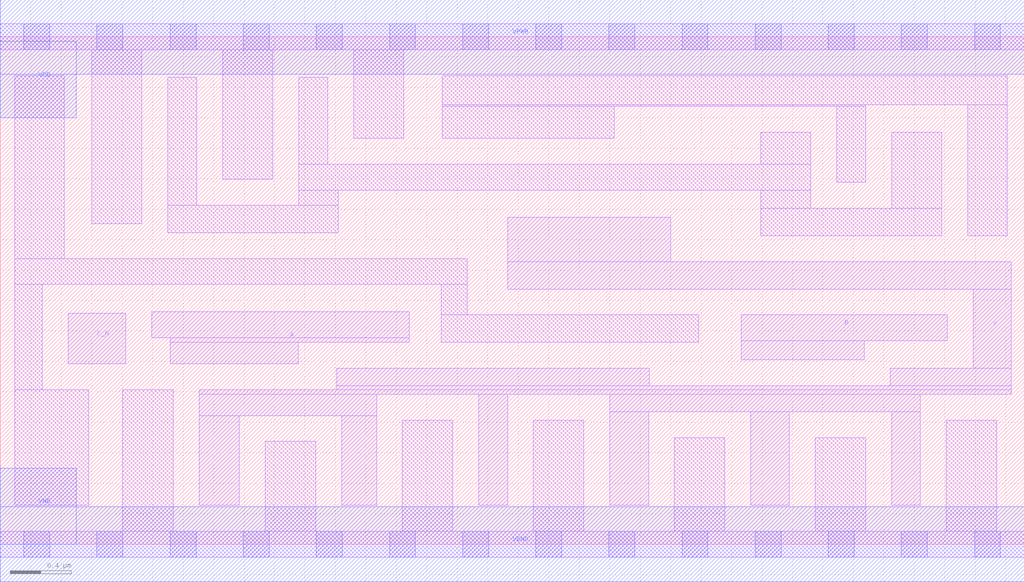
<source format=lef>
# Copyright 2020 The SkyWater PDK Authors
#
# Licensed under the Apache License, Version 2.0 (the "License");
# you may not use this file except in compliance with the License.
# You may obtain a copy of the License at
#
#     https://www.apache.org/licenses/LICENSE-2.0
#
# Unless required by applicable law or agreed to in writing, software
# distributed under the License is distributed on an "AS IS" BASIS,
# WITHOUT WARRANTIES OR CONDITIONS OF ANY KIND, either express or implied.
# See the License for the specific language governing permissions and
# limitations under the License.
#
# SPDX-License-Identifier: Apache-2.0

VERSION 5.5 ;
NAMESCASESENSITIVE ON ;
BUSBITCHARS "[]" ;
DIVIDERCHAR "/" ;
MACRO sky130_fd_sc_lp__nor3b_4
  CLASS CORE ;
  SOURCE USER ;
  ORIGIN  0.000000  0.000000 ;
  SIZE  6.720000 BY  3.330000 ;
  SYMMETRY X Y R90 ;
  SITE unit ;
  PIN A
    ANTENNAGATEAREA  1.260000 ;
    DIRECTION INPUT ;
    USE SIGNAL ;
    PORT
      LAYER li1 ;
        RECT 0.995000 1.355000 2.685000 1.525000 ;
        RECT 1.115000 1.185000 1.955000 1.325000 ;
        RECT 1.115000 1.325000 2.685000 1.355000 ;
    END
  END A
  PIN B
    ANTENNAGATEAREA  1.260000 ;
    DIRECTION INPUT ;
    USE SIGNAL ;
    PORT
      LAYER li1 ;
        RECT 4.865000 1.210000 5.670000 1.335000 ;
        RECT 4.865000 1.335000 6.215000 1.505000 ;
    END
  END B
  PIN C_N
    ANTENNAGATEAREA  0.315000 ;
    DIRECTION INPUT ;
    USE SIGNAL ;
    PORT
      LAYER li1 ;
        RECT 0.445000 1.185000 0.825000 1.515000 ;
    END
  END C_N
  PIN Y
    ANTENNADIFFAREA  2.116800 ;
    DIRECTION OUTPUT ;
    USE SIGNAL ;
    PORT
      LAYER li1 ;
        RECT 1.305000 0.255000 1.570000 0.845000 ;
        RECT 1.305000 0.845000 2.470000 0.985000 ;
        RECT 1.305000 0.985000 6.635000 1.015000 ;
        RECT 2.210000 1.015000 6.635000 1.040000 ;
        RECT 2.210000 1.040000 4.260000 1.155000 ;
        RECT 2.240000 0.255000 2.470000 0.845000 ;
        RECT 3.140000 0.255000 3.330000 0.985000 ;
        RECT 3.330000 1.675000 6.635000 1.855000 ;
        RECT 3.330000 1.855000 4.400000 2.145000 ;
        RECT 4.000000 0.255000 4.255000 0.870000 ;
        RECT 4.000000 0.870000 6.040000 0.985000 ;
        RECT 4.925000 0.255000 5.180000 0.870000 ;
        RECT 5.840000 1.040000 6.635000 1.155000 ;
        RECT 5.850000 0.255000 6.040000 0.870000 ;
        RECT 6.385000 1.155000 6.635000 1.675000 ;
    END
  END Y
  PIN VGND
    DIRECTION INOUT ;
    USE GROUND ;
    PORT
      LAYER met1 ;
        RECT 0.000000 -0.245000 6.720000 0.245000 ;
    END
  END VGND
  PIN VNB
    DIRECTION INOUT ;
    USE GROUND ;
    PORT
      LAYER met1 ;
        RECT 0.000000 0.000000 0.500000 0.500000 ;
    END
  END VNB
  PIN VPB
    DIRECTION INOUT ;
    USE POWER ;
    PORT
      LAYER met1 ;
        RECT 0.000000 2.800000 0.500000 3.300000 ;
    END
  END VPB
  PIN VPWR
    DIRECTION INOUT ;
    USE POWER ;
    PORT
      LAYER met1 ;
        RECT 0.000000 3.085000 6.720000 3.575000 ;
    END
  END VPWR
  OBS
    LAYER li1 ;
      RECT 0.000000 -0.085000 6.720000 0.085000 ;
      RECT 0.000000  3.245000 6.720000 3.415000 ;
      RECT 0.095000  0.255000 0.580000 1.015000 ;
      RECT 0.095000  1.015000 0.275000 1.705000 ;
      RECT 0.095000  1.705000 3.065000 1.875000 ;
      RECT 0.095000  1.875000 0.420000 3.075000 ;
      RECT 0.600000  2.105000 0.930000 3.245000 ;
      RECT 0.805000  0.085000 1.135000 1.015000 ;
      RECT 1.100000  2.045000 2.220000 2.225000 ;
      RECT 1.100000  2.225000 1.290000 3.065000 ;
      RECT 1.460000  2.395000 1.790000 3.245000 ;
      RECT 1.740000  0.085000 2.070000 0.675000 ;
      RECT 1.960000  2.225000 2.220000 2.325000 ;
      RECT 1.960000  2.325000 5.320000 2.495000 ;
      RECT 1.960000  2.495000 2.150000 3.065000 ;
      RECT 2.320000  2.665000 2.650000 3.245000 ;
      RECT 2.640000  0.085000 2.970000 0.815000 ;
      RECT 2.895000  1.325000 4.585000 1.505000 ;
      RECT 2.895000  1.505000 3.065000 1.705000 ;
      RECT 2.900000  2.665000 4.030000 2.875000 ;
      RECT 2.900000  2.875000 5.680000 2.885000 ;
      RECT 2.900000  2.885000 6.610000 3.075000 ;
      RECT 3.500000  0.085000 3.830000 0.815000 ;
      RECT 4.425000  0.085000 4.755000 0.700000 ;
      RECT 4.990000  2.025000 6.180000 2.205000 ;
      RECT 4.990000  2.205000 5.320000 2.325000 ;
      RECT 4.990000  2.495000 5.320000 2.705000 ;
      RECT 5.350000  0.085000 5.680000 0.700000 ;
      RECT 5.490000  2.375000 5.680000 2.875000 ;
      RECT 5.850000  2.205000 6.180000 2.705000 ;
      RECT 6.210000  0.085000 6.540000 0.815000 ;
      RECT 6.350000  2.025000 6.610000 2.885000 ;
    LAYER mcon ;
      RECT 0.155000 -0.085000 0.325000 0.085000 ;
      RECT 0.155000  3.245000 0.325000 3.415000 ;
      RECT 0.635000 -0.085000 0.805000 0.085000 ;
      RECT 0.635000  3.245000 0.805000 3.415000 ;
      RECT 1.115000 -0.085000 1.285000 0.085000 ;
      RECT 1.115000  3.245000 1.285000 3.415000 ;
      RECT 1.595000 -0.085000 1.765000 0.085000 ;
      RECT 1.595000  3.245000 1.765000 3.415000 ;
      RECT 2.075000 -0.085000 2.245000 0.085000 ;
      RECT 2.075000  3.245000 2.245000 3.415000 ;
      RECT 2.555000 -0.085000 2.725000 0.085000 ;
      RECT 2.555000  3.245000 2.725000 3.415000 ;
      RECT 3.035000 -0.085000 3.205000 0.085000 ;
      RECT 3.035000  3.245000 3.205000 3.415000 ;
      RECT 3.515000 -0.085000 3.685000 0.085000 ;
      RECT 3.515000  3.245000 3.685000 3.415000 ;
      RECT 3.995000 -0.085000 4.165000 0.085000 ;
      RECT 3.995000  3.245000 4.165000 3.415000 ;
      RECT 4.475000 -0.085000 4.645000 0.085000 ;
      RECT 4.475000  3.245000 4.645000 3.415000 ;
      RECT 4.955000 -0.085000 5.125000 0.085000 ;
      RECT 4.955000  3.245000 5.125000 3.415000 ;
      RECT 5.435000 -0.085000 5.605000 0.085000 ;
      RECT 5.435000  3.245000 5.605000 3.415000 ;
      RECT 5.915000 -0.085000 6.085000 0.085000 ;
      RECT 5.915000  3.245000 6.085000 3.415000 ;
      RECT 6.395000 -0.085000 6.565000 0.085000 ;
      RECT 6.395000  3.245000 6.565000 3.415000 ;
  END
END sky130_fd_sc_lp__nor3b_4

</source>
